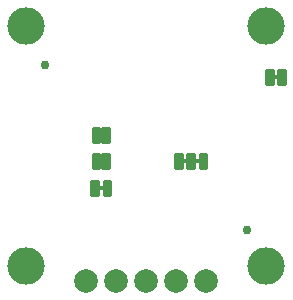
<source format=gbs>
G04 EAGLE Gerber RS-274X export*
G75*
%MOMM*%
%FSLAX34Y34*%
%LPD*%
%INSoldermask Bottom*%
%IPPOS*%
%AMOC8*
5,1,8,0,0,1.08239X$1,22.5*%
G01*
%ADD10C,3.175000*%
%ADD11C,0.228344*%
%ADD12C,0.762000*%
%ADD13C,0.228600*%
%ADD14C,2.006600*%

G36*
X172150Y112407D02*
X172150Y112407D01*
X172216Y112409D01*
X172259Y112427D01*
X172306Y112435D01*
X172363Y112469D01*
X172423Y112494D01*
X172458Y112525D01*
X172499Y112550D01*
X172541Y112601D01*
X172589Y112645D01*
X172611Y112687D01*
X172640Y112724D01*
X172661Y112786D01*
X172692Y112845D01*
X172700Y112899D01*
X172712Y112936D01*
X172711Y112976D01*
X172719Y113030D01*
X172719Y115570D01*
X172708Y115635D01*
X172706Y115701D01*
X172688Y115744D01*
X172680Y115791D01*
X172646Y115848D01*
X172621Y115908D01*
X172590Y115943D01*
X172565Y115984D01*
X172514Y116026D01*
X172470Y116074D01*
X172428Y116096D01*
X172391Y116125D01*
X172329Y116146D01*
X172270Y116177D01*
X172216Y116185D01*
X172179Y116197D01*
X172139Y116196D01*
X172085Y116204D01*
X168275Y116204D01*
X168210Y116193D01*
X168144Y116191D01*
X168101Y116173D01*
X168054Y116165D01*
X167997Y116131D01*
X167937Y116106D01*
X167902Y116075D01*
X167861Y116050D01*
X167820Y115999D01*
X167771Y115955D01*
X167749Y115913D01*
X167720Y115876D01*
X167699Y115814D01*
X167668Y115755D01*
X167660Y115701D01*
X167648Y115664D01*
X167648Y115661D01*
X167649Y115624D01*
X167641Y115570D01*
X167641Y113030D01*
X167652Y112965D01*
X167654Y112899D01*
X167672Y112856D01*
X167680Y112809D01*
X167714Y112752D01*
X167739Y112692D01*
X167770Y112657D01*
X167795Y112616D01*
X167846Y112575D01*
X167890Y112526D01*
X167932Y112504D01*
X167969Y112475D01*
X168031Y112454D01*
X168090Y112423D01*
X168144Y112415D01*
X168181Y112403D01*
X168221Y112404D01*
X168275Y112396D01*
X172085Y112396D01*
X172150Y112407D01*
G37*
G36*
X161990Y112407D02*
X161990Y112407D01*
X162056Y112409D01*
X162099Y112427D01*
X162146Y112435D01*
X162203Y112469D01*
X162263Y112494D01*
X162298Y112525D01*
X162339Y112550D01*
X162381Y112601D01*
X162429Y112645D01*
X162451Y112687D01*
X162480Y112724D01*
X162501Y112786D01*
X162532Y112845D01*
X162540Y112899D01*
X162552Y112936D01*
X162551Y112976D01*
X162559Y113030D01*
X162559Y115570D01*
X162548Y115635D01*
X162546Y115701D01*
X162528Y115744D01*
X162520Y115791D01*
X162486Y115848D01*
X162461Y115908D01*
X162430Y115943D01*
X162405Y115984D01*
X162354Y116026D01*
X162310Y116074D01*
X162268Y116096D01*
X162231Y116125D01*
X162169Y116146D01*
X162110Y116177D01*
X162056Y116185D01*
X162019Y116197D01*
X161979Y116196D01*
X161925Y116204D01*
X158115Y116204D01*
X158050Y116193D01*
X157984Y116191D01*
X157941Y116173D01*
X157894Y116165D01*
X157837Y116131D01*
X157777Y116106D01*
X157742Y116075D01*
X157701Y116050D01*
X157660Y115999D01*
X157611Y115955D01*
X157589Y115913D01*
X157560Y115876D01*
X157539Y115814D01*
X157508Y115755D01*
X157500Y115701D01*
X157488Y115664D01*
X157488Y115661D01*
X157489Y115624D01*
X157481Y115570D01*
X157481Y113030D01*
X157492Y112965D01*
X157494Y112899D01*
X157512Y112856D01*
X157520Y112809D01*
X157554Y112752D01*
X157579Y112692D01*
X157610Y112657D01*
X157635Y112616D01*
X157686Y112575D01*
X157730Y112526D01*
X157772Y112504D01*
X157809Y112475D01*
X157871Y112454D01*
X157930Y112423D01*
X157984Y112415D01*
X158021Y112403D01*
X158061Y112404D01*
X158115Y112396D01*
X161925Y112396D01*
X161990Y112407D01*
G37*
G36*
X90870Y89547D02*
X90870Y89547D01*
X90936Y89549D01*
X90979Y89567D01*
X91026Y89575D01*
X91083Y89609D01*
X91143Y89634D01*
X91178Y89665D01*
X91219Y89690D01*
X91261Y89741D01*
X91309Y89785D01*
X91331Y89827D01*
X91360Y89864D01*
X91381Y89926D01*
X91412Y89985D01*
X91420Y90039D01*
X91432Y90076D01*
X91431Y90116D01*
X91439Y90170D01*
X91439Y92710D01*
X91428Y92775D01*
X91426Y92841D01*
X91408Y92884D01*
X91400Y92931D01*
X91366Y92988D01*
X91341Y93048D01*
X91310Y93083D01*
X91285Y93124D01*
X91234Y93166D01*
X91190Y93214D01*
X91148Y93236D01*
X91111Y93265D01*
X91049Y93286D01*
X90990Y93317D01*
X90936Y93325D01*
X90899Y93337D01*
X90859Y93336D01*
X90805Y93344D01*
X86995Y93344D01*
X86930Y93333D01*
X86864Y93331D01*
X86821Y93313D01*
X86774Y93305D01*
X86717Y93271D01*
X86657Y93246D01*
X86622Y93215D01*
X86581Y93190D01*
X86540Y93139D01*
X86491Y93095D01*
X86469Y93053D01*
X86440Y93016D01*
X86419Y92954D01*
X86388Y92895D01*
X86380Y92841D01*
X86368Y92804D01*
X86368Y92801D01*
X86369Y92764D01*
X86361Y92710D01*
X86361Y90170D01*
X86372Y90105D01*
X86374Y90039D01*
X86392Y89996D01*
X86400Y89949D01*
X86434Y89892D01*
X86459Y89832D01*
X86490Y89797D01*
X86515Y89756D01*
X86566Y89715D01*
X86610Y89666D01*
X86652Y89644D01*
X86689Y89615D01*
X86751Y89594D01*
X86810Y89563D01*
X86864Y89555D01*
X86901Y89543D01*
X86941Y89544D01*
X86995Y89536D01*
X90805Y89536D01*
X90870Y89547D01*
G37*
G36*
X238952Y183527D02*
X238952Y183527D01*
X239018Y183529D01*
X239061Y183547D01*
X239108Y183555D01*
X239165Y183589D01*
X239225Y183614D01*
X239260Y183645D01*
X239301Y183670D01*
X239343Y183721D01*
X239391Y183765D01*
X239413Y183807D01*
X239442Y183844D01*
X239463Y183906D01*
X239494Y183965D01*
X239502Y184019D01*
X239514Y184056D01*
X239513Y184096D01*
X239521Y184150D01*
X239521Y186690D01*
X239510Y186755D01*
X239508Y186821D01*
X239490Y186864D01*
X239482Y186911D01*
X239448Y186968D01*
X239423Y187028D01*
X239392Y187063D01*
X239367Y187104D01*
X239316Y187146D01*
X239272Y187194D01*
X239230Y187216D01*
X239193Y187245D01*
X239131Y187266D01*
X239072Y187297D01*
X239018Y187305D01*
X238981Y187317D01*
X238941Y187316D01*
X238887Y187324D01*
X235077Y187324D01*
X235012Y187313D01*
X234946Y187311D01*
X234903Y187293D01*
X234856Y187285D01*
X234799Y187251D01*
X234739Y187226D01*
X234704Y187195D01*
X234663Y187170D01*
X234622Y187119D01*
X234573Y187075D01*
X234551Y187033D01*
X234522Y186996D01*
X234501Y186934D01*
X234470Y186875D01*
X234462Y186821D01*
X234450Y186784D01*
X234450Y186781D01*
X234451Y186744D01*
X234443Y186690D01*
X234443Y184150D01*
X234454Y184085D01*
X234456Y184019D01*
X234474Y183976D01*
X234482Y183929D01*
X234516Y183872D01*
X234541Y183812D01*
X234572Y183777D01*
X234597Y183736D01*
X234648Y183695D01*
X234692Y183646D01*
X234734Y183624D01*
X234771Y183595D01*
X234833Y183574D01*
X234892Y183543D01*
X234946Y183535D01*
X234983Y183523D01*
X235023Y183524D01*
X235077Y183516D01*
X238887Y183516D01*
X238952Y183527D01*
G37*
D10*
X25400Y228600D03*
X25400Y25400D03*
X228600Y25400D03*
D11*
X178310Y120144D02*
X172718Y120144D01*
X178310Y120144D02*
X178310Y108456D01*
X172718Y108456D01*
X172718Y120144D01*
X172718Y110625D02*
X178310Y110625D01*
X178310Y112794D02*
X172718Y112794D01*
X172718Y114963D02*
X178310Y114963D01*
X178310Y117132D02*
X172718Y117132D01*
X172718Y119301D02*
X178310Y119301D01*
X167896Y120144D02*
X162304Y120144D01*
X167896Y120144D02*
X167896Y108456D01*
X162304Y108456D01*
X162304Y120144D01*
X162304Y110625D02*
X167896Y110625D01*
X167896Y112794D02*
X162304Y112794D01*
X162304Y114963D02*
X167896Y114963D01*
X167896Y117132D02*
X162304Y117132D01*
X162304Y119301D02*
X167896Y119301D01*
X157482Y120144D02*
X151890Y120144D01*
X157482Y120144D02*
X157482Y108456D01*
X151890Y108456D01*
X151890Y120144D01*
X151890Y110625D02*
X157482Y110625D01*
X157482Y112794D02*
X151890Y112794D01*
X151890Y114963D02*
X157482Y114963D01*
X157482Y117132D02*
X151890Y117132D01*
X151890Y119301D02*
X157482Y119301D01*
D12*
X41910Y195580D03*
X212344Y55880D03*
D11*
X228979Y179576D02*
X234571Y179576D01*
X228979Y179576D02*
X228979Y191264D01*
X234571Y191264D01*
X234571Y179576D01*
X234571Y181745D02*
X228979Y181745D01*
X228979Y183914D02*
X234571Y183914D01*
X234571Y186083D02*
X228979Y186083D01*
X228979Y188252D02*
X234571Y188252D01*
X234571Y190421D02*
X228979Y190421D01*
X239393Y179576D02*
X244985Y179576D01*
X239393Y179576D02*
X239393Y191264D01*
X244985Y191264D01*
X244985Y179576D01*
X244985Y181745D02*
X239393Y181745D01*
X239393Y183914D02*
X244985Y183914D01*
X244985Y186083D02*
X239393Y186083D01*
X239393Y188252D02*
X244985Y188252D01*
X244985Y190421D02*
X239393Y190421D01*
D10*
X228600Y228600D03*
D13*
X95631Y142494D02*
X90297Y142494D01*
X95631Y142494D02*
X95631Y130810D01*
X90297Y130810D01*
X90297Y142494D01*
X90297Y132982D02*
X95631Y132982D01*
X95631Y135154D02*
X90297Y135154D01*
X90297Y137326D02*
X95631Y137326D01*
X95631Y139498D02*
X90297Y139498D01*
X90297Y141670D02*
X95631Y141670D01*
X87503Y142494D02*
X82169Y142494D01*
X87503Y142494D02*
X87503Y130810D01*
X82169Y130810D01*
X82169Y142494D01*
X82169Y132982D02*
X87503Y132982D01*
X87503Y135154D02*
X82169Y135154D01*
X82169Y137326D02*
X87503Y137326D01*
X87503Y139498D02*
X82169Y139498D01*
X82169Y141670D02*
X87503Y141670D01*
D14*
X76200Y12700D03*
X101600Y12700D03*
X127000Y12700D03*
X152400Y12700D03*
X177800Y12700D03*
D13*
X95631Y120142D02*
X90297Y120142D01*
X95631Y120142D02*
X95631Y108458D01*
X90297Y108458D01*
X90297Y120142D01*
X90297Y110630D02*
X95631Y110630D01*
X95631Y112802D02*
X90297Y112802D01*
X90297Y114974D02*
X95631Y114974D01*
X95631Y117146D02*
X90297Y117146D01*
X90297Y119318D02*
X95631Y119318D01*
X87503Y120142D02*
X82169Y120142D01*
X87503Y120142D02*
X87503Y108458D01*
X82169Y108458D01*
X82169Y120142D01*
X82169Y110630D02*
X87503Y110630D01*
X87503Y112802D02*
X82169Y112802D01*
X82169Y114974D02*
X87503Y114974D01*
X87503Y117146D02*
X82169Y117146D01*
X82169Y119318D02*
X87503Y119318D01*
D11*
X91311Y97284D02*
X96903Y97284D01*
X96903Y85596D01*
X91311Y85596D01*
X91311Y97284D01*
X91311Y87765D02*
X96903Y87765D01*
X96903Y89934D02*
X91311Y89934D01*
X91311Y92103D02*
X96903Y92103D01*
X96903Y94272D02*
X91311Y94272D01*
X91311Y96441D02*
X96903Y96441D01*
X86489Y97284D02*
X80897Y97284D01*
X86489Y97284D02*
X86489Y85596D01*
X80897Y85596D01*
X80897Y97284D01*
X80897Y87765D02*
X86489Y87765D01*
X86489Y89934D02*
X80897Y89934D01*
X80897Y92103D02*
X86489Y92103D01*
X86489Y94272D02*
X80897Y94272D01*
X80897Y96441D02*
X86489Y96441D01*
M02*

</source>
